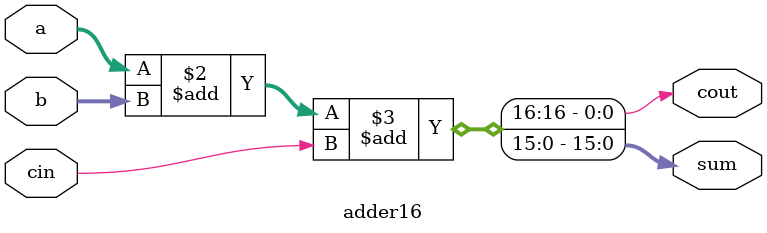
<source format=sv>
`timescale 1ns/1ps
module adder16 (
  input  [15:0] a, b,    // 16-bit inputs
  input         cin,     // carry in
  output reg [15:0] sum, // 16-bit sum
  output reg    cout     // carry out
);

  always @(*) begin
    {cout, sum} = a + b + cin; // behavioral addition
  end

endmodule

</source>
